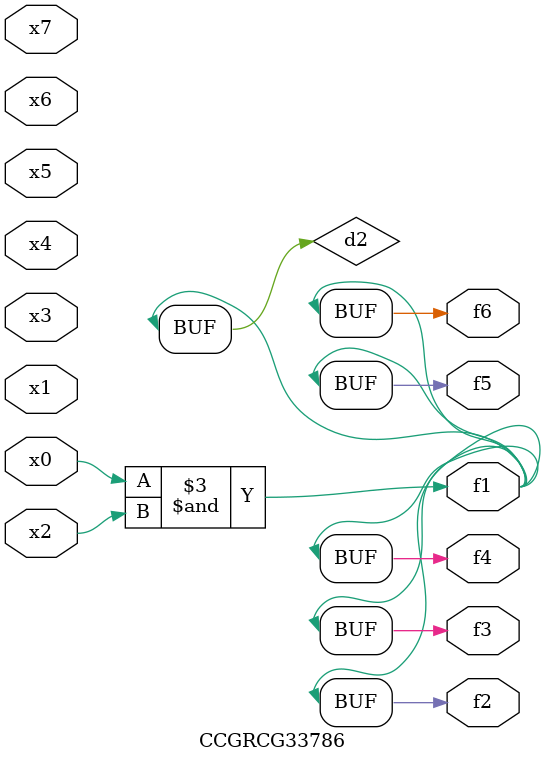
<source format=v>
module CCGRCG33786(
	input x0, x1, x2, x3, x4, x5, x6, x7,
	output f1, f2, f3, f4, f5, f6
);

	wire d1, d2;

	nor (d1, x3, x6);
	and (d2, x0, x2);
	assign f1 = d2;
	assign f2 = d2;
	assign f3 = d2;
	assign f4 = d2;
	assign f5 = d2;
	assign f6 = d2;
endmodule

</source>
